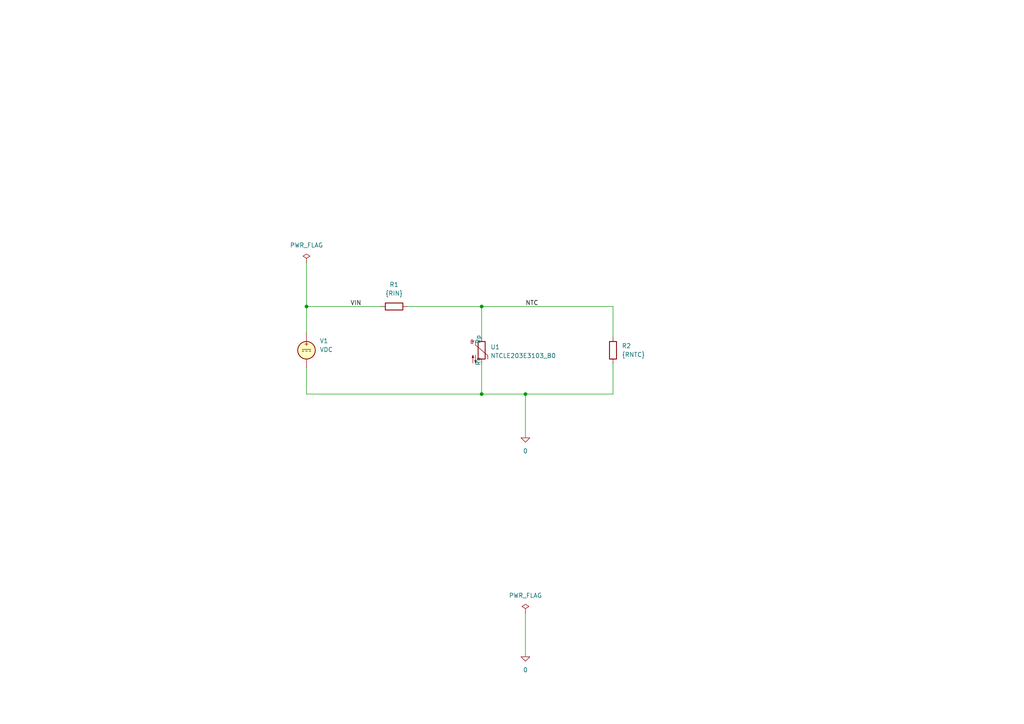
<source format=kicad_sch>
(kicad_sch
	(version 20231120)
	(generator "eeschema")
	(generator_version "8.0")
	(uuid "699bb179-50dd-485b-98e6-cd819c1a4fab")
	(paper "A4")
	(title_block
		(title "Simple voltage divider with an NTC (Monte Carlo Analysis)")
		(date "2023-02-18")
		(rev "1")
		(company "astroelectronic@")
		(comment 1 "-")
		(comment 2 "-")
		(comment 3 "-")
		(comment 4 "AE01006103")
	)
	(lib_symbols
		(symbol "Device:R"
			(pin_numbers hide)
			(pin_names
				(offset 0)
			)
			(exclude_from_sim no)
			(in_bom yes)
			(on_board yes)
			(property "Reference" "R"
				(at 2.032 0 90)
				(effects
					(font
						(size 1.27 1.27)
					)
				)
			)
			(property "Value" "R"
				(at 0 0 90)
				(effects
					(font
						(size 1.27 1.27)
					)
				)
			)
			(property "Footprint" ""
				(at -1.778 0 90)
				(effects
					(font
						(size 1.27 1.27)
					)
					(hide yes)
				)
			)
			(property "Datasheet" "~"
				(at 0 0 0)
				(effects
					(font
						(size 1.27 1.27)
					)
					(hide yes)
				)
			)
			(property "Description" "Resistor"
				(at 0 0 0)
				(effects
					(font
						(size 1.27 1.27)
					)
					(hide yes)
				)
			)
			(property "ki_keywords" "R res resistor"
				(at 0 0 0)
				(effects
					(font
						(size 1.27 1.27)
					)
					(hide yes)
				)
			)
			(property "ki_fp_filters" "R_*"
				(at 0 0 0)
				(effects
					(font
						(size 1.27 1.27)
					)
					(hide yes)
				)
			)
			(symbol "R_0_1"
				(rectangle
					(start -1.016 -2.54)
					(end 1.016 2.54)
					(stroke
						(width 0.254)
						(type default)
					)
					(fill
						(type none)
					)
				)
			)
			(symbol "R_1_1"
				(pin passive line
					(at 0 3.81 270)
					(length 1.27)
					(name "~"
						(effects
							(font
								(size 1.27 1.27)
							)
						)
					)
					(number "1"
						(effects
							(font
								(size 1.27 1.27)
							)
						)
					)
				)
				(pin passive line
					(at 0 -3.81 90)
					(length 1.27)
					(name "~"
						(effects
							(font
								(size 1.27 1.27)
							)
						)
					)
					(number "2"
						(effects
							(font
								(size 1.27 1.27)
							)
						)
					)
				)
			)
		)
		(symbol "NTCLE203E3103_B0:NTCLE203E3103"
			(pin_numbers hide)
			(pin_names
				(offset 0)
			)
			(exclude_from_sim no)
			(in_bom yes)
			(on_board yes)
			(property "Reference" "TH"
				(at -4.445 0 90)
				(effects
					(font
						(size 1.27 1.27)
					)
				)
			)
			(property "Value" "NTCLE203E3103"
				(at 3.175 0 90)
				(effects
					(font
						(size 1.27 1.27)
					)
				)
			)
			(property "Footprint" ""
				(at 0 1.27 0)
				(effects
					(font
						(size 1.27 1.27)
					)
					(hide yes)
				)
			)
			(property "Datasheet" "~"
				(at 0 1.27 0)
				(effects
					(font
						(size 1.27 1.27)
					)
					(hide yes)
				)
			)
			(property "Description" "Temperature dependent resistor, negative temperature coefficient"
				(at 0 0 0)
				(effects
					(font
						(size 1.27 1.27)
					)
					(hide yes)
				)
			)
			(property "ki_keywords" "thermistor NTC resistor sensor RTD"
				(at 0 0 0)
				(effects
					(font
						(size 1.27 1.27)
					)
					(hide yes)
				)
			)
			(property "ki_fp_filters" "*NTC* *Thermistor* PIN?ARRAY* bornier* *Terminal?Block* R_*"
				(at 0 0 0)
				(effects
					(font
						(size 1.27 1.27)
					)
					(hide yes)
				)
			)
			(symbol "NTCLE203E3103_0_1"
				(arc
					(start -3.048 2.159)
					(mid -3.0495 2.3143)
					(end -3.175 2.413)
					(stroke
						(width 0)
						(type default)
					)
					(fill
						(type none)
					)
				)
				(arc
					(start -3.048 2.159)
					(mid -2.9736 1.9794)
					(end -2.794 1.905)
					(stroke
						(width 0)
						(type default)
					)
					(fill
						(type none)
					)
				)
				(arc
					(start -3.048 2.794)
					(mid -2.9736 2.6144)
					(end -2.794 2.54)
					(stroke
						(width 0)
						(type default)
					)
					(fill
						(type none)
					)
				)
				(arc
					(start -2.794 1.905)
					(mid -2.6144 1.9794)
					(end -2.54 2.159)
					(stroke
						(width 0)
						(type default)
					)
					(fill
						(type none)
					)
				)
				(arc
					(start -2.794 2.54)
					(mid -2.4393 2.5587)
					(end -2.159 2.794)
					(stroke
						(width 0)
						(type default)
					)
					(fill
						(type none)
					)
				)
				(arc
					(start -2.794 3.048)
					(mid -2.9736 2.9736)
					(end -3.048 2.794)
					(stroke
						(width 0)
						(type default)
					)
					(fill
						(type none)
					)
				)
				(arc
					(start -2.54 2.794)
					(mid -2.6144 2.9736)
					(end -2.794 3.048)
					(stroke
						(width 0)
						(type default)
					)
					(fill
						(type none)
					)
				)
				(rectangle
					(start -1.016 2.54)
					(end 1.016 -2.54)
					(stroke
						(width 0.254)
						(type default)
					)
					(fill
						(type none)
					)
				)
				(polyline
					(pts
						(xy -2.54 2.159) (xy -2.54 2.794)
					)
					(stroke
						(width 0)
						(type default)
					)
					(fill
						(type none)
					)
				)
				(polyline
					(pts
						(xy -1.778 2.54) (xy -1.778 1.524) (xy 1.778 -1.524) (xy 1.778 -2.54)
					)
					(stroke
						(width 0)
						(type default)
					)
					(fill
						(type none)
					)
				)
				(polyline
					(pts
						(xy -2.54 -3.683) (xy -2.54 -1.397) (xy -2.794 -2.159) (xy -2.286 -2.159) (xy -2.54 -1.397) (xy -2.54 -1.651)
					)
					(stroke
						(width 0)
						(type default)
					)
					(fill
						(type outline)
					)
				)
				(polyline
					(pts
						(xy -1.778 -1.397) (xy -1.778 -3.683) (xy -2.032 -2.921) (xy -1.524 -2.921) (xy -1.778 -3.683)
						(xy -1.778 -3.429)
					)
					(stroke
						(width 0)
						(type default)
					)
					(fill
						(type outline)
					)
				)
			)
			(symbol "NTCLE203E3103_1_1"
				(pin passive line
					(at 0 3.81 270)
					(length 1.27)
					(name "Rp"
						(effects
							(font
								(size 1.27 1.27)
							)
						)
					)
					(number "1"
						(effects
							(font
								(size 1.27 1.27)
							)
						)
					)
				)
				(pin passive line
					(at 0 -3.81 90)
					(length 1.27)
					(name "Rn"
						(effects
							(font
								(size 1.27 1.27)
							)
						)
					)
					(number "2"
						(effects
							(font
								(size 1.27 1.27)
							)
						)
					)
				)
			)
		)
		(symbol "Simulation_SPICE:VDC"
			(pin_numbers hide)
			(pin_names
				(offset 0.0254)
			)
			(exclude_from_sim no)
			(in_bom yes)
			(on_board yes)
			(property "Reference" "V"
				(at 2.54 2.54 0)
				(effects
					(font
						(size 1.27 1.27)
					)
					(justify left)
				)
			)
			(property "Value" "VDC"
				(at 2.54 0 0)
				(effects
					(font
						(size 1.27 1.27)
					)
					(justify left)
				)
			)
			(property "Footprint" ""
				(at 0 0 0)
				(effects
					(font
						(size 1.27 1.27)
					)
					(hide yes)
				)
			)
			(property "Datasheet" "~"
				(at 0 0 0)
				(effects
					(font
						(size 1.27 1.27)
					)
					(hide yes)
				)
			)
			(property "Description" "Voltage source, DC"
				(at 0 0 0)
				(effects
					(font
						(size 1.27 1.27)
					)
					(hide yes)
				)
			)
			(property "Spice_Netlist_Enabled" "Y"
				(at 0 0 0)
				(effects
					(font
						(size 1.27 1.27)
					)
					(justify left)
					(hide yes)
				)
			)
			(property "Spice_Primitive" "V"
				(at 0 0 0)
				(effects
					(font
						(size 1.27 1.27)
					)
					(justify left)
					(hide yes)
				)
			)
			(property "Spice_Model" "dc(1)"
				(at 2.54 -2.54 0)
				(effects
					(font
						(size 1.27 1.27)
					)
					(justify left)
				)
			)
			(property "ki_keywords" "simulation"
				(at 0 0 0)
				(effects
					(font
						(size 1.27 1.27)
					)
					(hide yes)
				)
			)
			(symbol "VDC_0_0"
				(polyline
					(pts
						(xy -1.27 0.254) (xy 1.27 0.254)
					)
					(stroke
						(width 0)
						(type default)
					)
					(fill
						(type none)
					)
				)
				(polyline
					(pts
						(xy -0.762 -0.254) (xy -1.27 -0.254)
					)
					(stroke
						(width 0)
						(type default)
					)
					(fill
						(type none)
					)
				)
				(polyline
					(pts
						(xy 0.254 -0.254) (xy -0.254 -0.254)
					)
					(stroke
						(width 0)
						(type default)
					)
					(fill
						(type none)
					)
				)
				(polyline
					(pts
						(xy 1.27 -0.254) (xy 0.762 -0.254)
					)
					(stroke
						(width 0)
						(type default)
					)
					(fill
						(type none)
					)
				)
				(text "+"
					(at 0 1.905 0)
					(effects
						(font
							(size 1.27 1.27)
						)
					)
				)
			)
			(symbol "VDC_0_1"
				(circle
					(center 0 0)
					(radius 2.54)
					(stroke
						(width 0.254)
						(type default)
					)
					(fill
						(type background)
					)
				)
			)
			(symbol "VDC_1_1"
				(pin passive line
					(at 0 5.08 270)
					(length 2.54)
					(name "~"
						(effects
							(font
								(size 1.27 1.27)
							)
						)
					)
					(number "1"
						(effects
							(font
								(size 1.27 1.27)
							)
						)
					)
				)
				(pin passive line
					(at 0 -5.08 90)
					(length 2.54)
					(name "~"
						(effects
							(font
								(size 1.27 1.27)
							)
						)
					)
					(number "2"
						(effects
							(font
								(size 1.27 1.27)
							)
						)
					)
				)
			)
		)
		(symbol "power:PWR_FLAG"
			(power)
			(pin_numbers hide)
			(pin_names
				(offset 0) hide)
			(exclude_from_sim no)
			(in_bom yes)
			(on_board yes)
			(property "Reference" "#FLG"
				(at 0 1.905 0)
				(effects
					(font
						(size 1.27 1.27)
					)
					(hide yes)
				)
			)
			(property "Value" "PWR_FLAG"
				(at 0 3.81 0)
				(effects
					(font
						(size 1.27 1.27)
					)
				)
			)
			(property "Footprint" ""
				(at 0 0 0)
				(effects
					(font
						(size 1.27 1.27)
					)
					(hide yes)
				)
			)
			(property "Datasheet" "~"
				(at 0 0 0)
				(effects
					(font
						(size 1.27 1.27)
					)
					(hide yes)
				)
			)
			(property "Description" "Special symbol for telling ERC where power comes from"
				(at 0 0 0)
				(effects
					(font
						(size 1.27 1.27)
					)
					(hide yes)
				)
			)
			(property "ki_keywords" "flag power"
				(at 0 0 0)
				(effects
					(font
						(size 1.27 1.27)
					)
					(hide yes)
				)
			)
			(symbol "PWR_FLAG_0_0"
				(pin power_out line
					(at 0 0 90)
					(length 0)
					(name "pwr"
						(effects
							(font
								(size 1.27 1.27)
							)
						)
					)
					(number "1"
						(effects
							(font
								(size 1.27 1.27)
							)
						)
					)
				)
			)
			(symbol "PWR_FLAG_0_1"
				(polyline
					(pts
						(xy 0 0) (xy 0 1.27) (xy -1.016 1.905) (xy 0 2.54) (xy 1.016 1.905) (xy 0 1.27)
					)
					(stroke
						(width 0)
						(type default)
					)
					(fill
						(type none)
					)
				)
			)
		)
		(symbol "pspice:0"
			(power)
			(pin_names
				(offset 0)
			)
			(exclude_from_sim no)
			(in_bom yes)
			(on_board yes)
			(property "Reference" "#GND"
				(at 0 -2.54 0)
				(effects
					(font
						(size 1.27 1.27)
					)
					(hide yes)
				)
			)
			(property "Value" "0"
				(at 0 -1.778 0)
				(effects
					(font
						(size 1.27 1.27)
					)
				)
			)
			(property "Footprint" ""
				(at 0 0 0)
				(effects
					(font
						(size 1.27 1.27)
					)
					(hide yes)
				)
			)
			(property "Datasheet" "~"
				(at 0 0 0)
				(effects
					(font
						(size 1.27 1.27)
					)
					(hide yes)
				)
			)
			(property "Description" "0V reference potential for simulation"
				(at 0 0 0)
				(effects
					(font
						(size 1.27 1.27)
					)
					(hide yes)
				)
			)
			(property "ki_keywords" "simulation"
				(at 0 0 0)
				(effects
					(font
						(size 1.27 1.27)
					)
					(hide yes)
				)
			)
			(symbol "0_0_1"
				(polyline
					(pts
						(xy -1.27 0) (xy 0 -1.27) (xy 1.27 0) (xy -1.27 0)
					)
					(stroke
						(width 0)
						(type default)
					)
					(fill
						(type none)
					)
				)
			)
			(symbol "0_1_1"
				(pin power_in line
					(at 0 0 0)
					(length 0) hide
					(name "0"
						(effects
							(font
								(size 1.016 1.016)
							)
						)
					)
					(number "1"
						(effects
							(font
								(size 1.016 1.016)
							)
						)
					)
				)
			)
		)
	)
	(junction
		(at 139.7 88.9)
		(diameter 0)
		(color 0 0 0 0)
		(uuid "8c12cde3-5e26-4806-a1f7-96d424e97d48")
	)
	(junction
		(at 88.9 88.9)
		(diameter 0)
		(color 0 0 0 0)
		(uuid "9afd4ff3-6f50-473c-af55-ec614dc032c7")
	)
	(junction
		(at 139.7 114.3)
		(diameter 0)
		(color 0 0 0 0)
		(uuid "9f6488a7-2fae-471c-a487-8617287c1580")
	)
	(junction
		(at 152.4 114.3)
		(diameter 0)
		(color 0 0 0 0)
		(uuid "fad27519-67b3-459b-b0e1-5604cc126a94")
	)
	(wire
		(pts
			(xy 177.8 114.3) (xy 152.4 114.3)
		)
		(stroke
			(width 0)
			(type default)
		)
		(uuid "011a04a1-b624-413e-994d-261220eafef5")
	)
	(wire
		(pts
			(xy 139.7 105.41) (xy 139.7 114.3)
		)
		(stroke
			(width 0)
			(type default)
		)
		(uuid "073a7a60-8287-4375-88b9-b01a0aa1214d")
	)
	(wire
		(pts
			(xy 118.11 88.9) (xy 139.7 88.9)
		)
		(stroke
			(width 0)
			(type default)
		)
		(uuid "0e82adb5-92b0-42f7-80cc-fdb75c1e6679")
	)
	(wire
		(pts
			(xy 177.8 105.41) (xy 177.8 114.3)
		)
		(stroke
			(width 0)
			(type default)
		)
		(uuid "17511423-bd6f-4d16-ad3c-7fad1487b5c2")
	)
	(wire
		(pts
			(xy 139.7 88.9) (xy 139.7 97.79)
		)
		(stroke
			(width 0)
			(type default)
		)
		(uuid "308302d6-2196-42f9-a353-daa52bb4fc20")
	)
	(wire
		(pts
			(xy 88.9 114.3) (xy 88.9 106.68)
		)
		(stroke
			(width 0)
			(type default)
		)
		(uuid "3c79cb74-7315-4569-9b8e-e2e08cae695a")
	)
	(wire
		(pts
			(xy 177.8 88.9) (xy 177.8 97.79)
		)
		(stroke
			(width 0)
			(type default)
		)
		(uuid "4f058840-4c36-42ff-98e6-ab6a35932e61")
	)
	(wire
		(pts
			(xy 152.4 177.8) (xy 152.4 190.5)
		)
		(stroke
			(width 0)
			(type default)
		)
		(uuid "5225fbb6-74d6-4b92-ab11-3ff4cf1ea5df")
	)
	(wire
		(pts
			(xy 152.4 114.3) (xy 139.7 114.3)
		)
		(stroke
			(width 0)
			(type default)
		)
		(uuid "5303fd47-3c44-45c6-baff-f8b11627d30d")
	)
	(wire
		(pts
			(xy 139.7 88.9) (xy 177.8 88.9)
		)
		(stroke
			(width 0)
			(type default)
		)
		(uuid "6c9430c1-755b-4ef6-8784-86fec00f4b98")
	)
	(wire
		(pts
			(xy 88.9 88.9) (xy 110.49 88.9)
		)
		(stroke
			(width 0)
			(type default)
		)
		(uuid "99e2aedf-d2b5-4838-929e-624d7ff04565")
	)
	(wire
		(pts
			(xy 139.7 114.3) (xy 88.9 114.3)
		)
		(stroke
			(width 0)
			(type default)
		)
		(uuid "a8711dd9-6433-4c48-9fec-647512988128")
	)
	(wire
		(pts
			(xy 152.4 114.3) (xy 152.4 127)
		)
		(stroke
			(width 0)
			(type default)
		)
		(uuid "c3fe387b-3b77-4cd1-aa8b-37b6eb0f12c2")
	)
	(wire
		(pts
			(xy 88.9 76.2) (xy 88.9 88.9)
		)
		(stroke
			(width 0)
			(type default)
		)
		(uuid "d8e34a94-e823-4483-8f33-5bc8b2b964af")
	)
	(wire
		(pts
			(xy 88.9 96.52) (xy 88.9 88.9)
		)
		(stroke
			(width 0)
			(type default)
		)
		(uuid "e30b6e2a-2584-4d05-a548-50dc6ddea28e")
	)
	(label "NTC"
		(at 152.4 88.9 0)
		(fields_autoplaced yes)
		(effects
			(font
				(size 1.27 1.27)
			)
			(justify left bottom)
		)
		(uuid "10913afc-4116-4fc3-8f77-61107898b10f")
	)
	(label "VIN"
		(at 101.6 88.9 0)
		(fields_autoplaced yes)
		(effects
			(font
				(size 1.27 1.27)
			)
			(justify left bottom)
		)
		(uuid "4d8b3c9f-aea5-4bdb-85dc-f568a7f3b081")
	)
	(symbol
		(lib_id "power:PWR_FLAG")
		(at 152.4 177.8 0)
		(unit 1)
		(exclude_from_sim no)
		(in_bom yes)
		(on_board yes)
		(dnp no)
		(fields_autoplaced yes)
		(uuid "34db3ee7-3588-4d13-b7d1-54e25f739dc3")
		(property "Reference" "#FLG02"
			(at 152.4 175.895 0)
			(effects
				(font
					(size 1.27 1.27)
				)
				(hide yes)
			)
		)
		(property "Value" "PWR_FLAG"
			(at 152.4 172.72 0)
			(effects
				(font
					(size 1.27 1.27)
				)
			)
		)
		(property "Footprint" ""
			(at 152.4 177.8 0)
			(effects
				(font
					(size 1.27 1.27)
				)
				(hide yes)
			)
		)
		(property "Datasheet" "~"
			(at 152.4 177.8 0)
			(effects
				(font
					(size 1.27 1.27)
				)
				(hide yes)
			)
		)
		(property "Description" ""
			(at 152.4 177.8 0)
			(effects
				(font
					(size 1.27 1.27)
				)
				(hide yes)
			)
		)
		(pin "1"
			(uuid "14aa3578-1248-441e-b96a-9d25f0eff3a8")
		)
		(instances
			(project ""
				(path "/699bb179-50dd-485b-98e6-cd819c1a4fab"
					(reference "#FLG02")
					(unit 1)
				)
			)
		)
	)
	(symbol
		(lib_id "pspice:0")
		(at 152.4 127 0)
		(unit 1)
		(exclude_from_sim no)
		(in_bom yes)
		(on_board yes)
		(dnp no)
		(fields_autoplaced yes)
		(uuid "392e3a87-fe1f-4ae1-a470-4665680ffb7d")
		(property "Reference" "#GND01"
			(at 152.4 129.54 0)
			(effects
				(font
					(size 1.27 1.27)
				)
				(hide yes)
			)
		)
		(property "Value" "0"
			(at 152.4 130.81 0)
			(effects
				(font
					(size 1.27 1.27)
				)
			)
		)
		(property "Footprint" ""
			(at 152.4 127 0)
			(effects
				(font
					(size 1.27 1.27)
				)
				(hide yes)
			)
		)
		(property "Datasheet" "~"
			(at 152.4 127 0)
			(effects
				(font
					(size 1.27 1.27)
				)
				(hide yes)
			)
		)
		(property "Description" ""
			(at 152.4 127 0)
			(effects
				(font
					(size 1.27 1.27)
				)
				(hide yes)
			)
		)
		(pin "1"
			(uuid "ae7092b3-b6e9-478f-a48a-90bbf5bf0ece")
		)
		(instances
			(project ""
				(path "/699bb179-50dd-485b-98e6-cd819c1a4fab"
					(reference "#GND01")
					(unit 1)
				)
			)
		)
	)
	(symbol
		(lib_id "power:PWR_FLAG")
		(at 88.9 76.2 0)
		(unit 1)
		(exclude_from_sim no)
		(in_bom yes)
		(on_board yes)
		(dnp no)
		(fields_autoplaced yes)
		(uuid "62c2ea38-463c-4ddd-8fd7-5ef590480f00")
		(property "Reference" "#FLG01"
			(at 88.9 74.295 0)
			(effects
				(font
					(size 1.27 1.27)
				)
				(hide yes)
			)
		)
		(property "Value" "PWR_FLAG"
			(at 88.9 71.12 0)
			(effects
				(font
					(size 1.27 1.27)
				)
			)
		)
		(property "Footprint" ""
			(at 88.9 76.2 0)
			(effects
				(font
					(size 1.27 1.27)
				)
				(hide yes)
			)
		)
		(property "Datasheet" "~"
			(at 88.9 76.2 0)
			(effects
				(font
					(size 1.27 1.27)
				)
				(hide yes)
			)
		)
		(property "Description" ""
			(at 88.9 76.2 0)
			(effects
				(font
					(size 1.27 1.27)
				)
				(hide yes)
			)
		)
		(pin "1"
			(uuid "8bdf732a-7da3-475d-b3fd-e85a3eca94ce")
		)
		(instances
			(project ""
				(path "/699bb179-50dd-485b-98e6-cd819c1a4fab"
					(reference "#FLG01")
					(unit 1)
				)
			)
		)
	)
	(symbol
		(lib_id "NTCLE203E3103_B0:NTCLE203E3103")
		(at 139.7 101.6 0)
		(unit 1)
		(exclude_from_sim no)
		(in_bom yes)
		(on_board yes)
		(dnp no)
		(fields_autoplaced yes)
		(uuid "7e47d7cf-825d-43fc-a3a7-3b7788b844fe")
		(property "Reference" "U1"
			(at 142.24 100.6474 0)
			(effects
				(font
					(size 1.27 1.27)
				)
				(justify left)
			)
		)
		(property "Value" "NTCLE203E3103_B0"
			(at 142.24 103.1874 0)
			(effects
				(font
					(size 1.27 1.27)
				)
				(justify left)
			)
		)
		(property "Footprint" ""
			(at 139.7 100.33 0)
			(effects
				(font
					(size 1.27 1.27)
				)
				(hide yes)
			)
		)
		(property "Datasheet" "~"
			(at 139.7 100.33 0)
			(effects
				(font
					(size 1.27 1.27)
				)
				(hide yes)
			)
		)
		(property "Description" ""
			(at 139.7 101.6 0)
			(effects
				(font
					(size 1.27 1.27)
				)
				(hide yes)
			)
		)
		(property "Sim.Device" "SPICE"
			(at 139.7 101.6 0)
			(effects
				(font
					(size 1.27 1.27)
				)
				(hide yes)
			)
		)
		(property "Sim.Params" "type=\"X\" model=\"NTCLE203E3103_B0\" lib=\"models/NTCLE203E3103.lib\""
			(at 0 0 0)
			(effects
				(font
					(size 1.27 1.27)
				)
				(hide yes)
			)
		)
		(property "Sim.Pins" "1=1 2=2"
			(at 0 0 0)
			(effects
				(font
					(size 1.27 1.27)
				)
				(hide yes)
			)
		)
		(pin "1"
			(uuid "06b0e75e-5ede-4c10-8f0f-f002ff3ce080")
		)
		(pin "2"
			(uuid "aca5af09-b759-4188-964f-b11643228cf6")
		)
		(instances
			(project ""
				(path "/699bb179-50dd-485b-98e6-cd819c1a4fab"
					(reference "U1")
					(unit 1)
				)
			)
		)
	)
	(symbol
		(lib_id "Device:R")
		(at 114.3 88.9 90)
		(unit 1)
		(exclude_from_sim no)
		(in_bom yes)
		(on_board yes)
		(dnp no)
		(fields_autoplaced yes)
		(uuid "902cc36d-ed10-4bd6-9f30-52b150fb5072")
		(property "Reference" "R1"
			(at 114.3 82.55 90)
			(effects
				(font
					(size 1.27 1.27)
				)
			)
		)
		(property "Value" "{RIN}"
			(at 114.3 85.09 90)
			(effects
				(font
					(size 1.27 1.27)
				)
			)
		)
		(property "Footprint" ""
			(at 114.3 90.678 90)
			(effects
				(font
					(size 1.27 1.27)
				)
				(hide yes)
			)
		)
		(property "Datasheet" "~"
			(at 114.3 88.9 0)
			(effects
				(font
					(size 1.27 1.27)
				)
				(hide yes)
			)
		)
		(property "Description" ""
			(at 114.3 88.9 0)
			(effects
				(font
					(size 1.27 1.27)
				)
				(hide yes)
			)
		)
		(pin "1"
			(uuid "96a7ab89-03fe-4973-b07b-d0862e0246a8")
		)
		(pin "2"
			(uuid "e2b2552d-96ce-47ad-a72e-9cc6b03d0b59")
		)
		(instances
			(project ""
				(path "/699bb179-50dd-485b-98e6-cd819c1a4fab"
					(reference "R1")
					(unit 1)
				)
			)
		)
	)
	(symbol
		(lib_id "pspice:0")
		(at 152.4 190.5 0)
		(unit 1)
		(exclude_from_sim no)
		(in_bom yes)
		(on_board yes)
		(dnp no)
		(fields_autoplaced yes)
		(uuid "ae242f5c-2164-4035-8861-b728ea0f17e1")
		(property "Reference" "#GND02"
			(at 152.4 193.04 0)
			(effects
				(font
					(size 1.27 1.27)
				)
				(hide yes)
			)
		)
		(property "Value" "0"
			(at 152.4 194.31 0)
			(effects
				(font
					(size 1.27 1.27)
				)
			)
		)
		(property "Footprint" ""
			(at 152.4 190.5 0)
			(effects
				(font
					(size 1.27 1.27)
				)
				(hide yes)
			)
		)
		(property "Datasheet" "~"
			(at 152.4 190.5 0)
			(effects
				(font
					(size 1.27 1.27)
				)
				(hide yes)
			)
		)
		(property "Description" ""
			(at 152.4 190.5 0)
			(effects
				(font
					(size 1.27 1.27)
				)
				(hide yes)
			)
		)
		(pin "1"
			(uuid "996b006f-29af-407f-9b2e-39e58429285f")
		)
		(instances
			(project ""
				(path "/699bb179-50dd-485b-98e6-cd819c1a4fab"
					(reference "#GND02")
					(unit 1)
				)
			)
		)
	)
	(symbol
		(lib_id "Simulation_SPICE:VDC")
		(at 88.9 101.6 0)
		(unit 1)
		(exclude_from_sim no)
		(in_bom yes)
		(on_board yes)
		(dnp no)
		(fields_autoplaced yes)
		(uuid "d04a00cb-9589-44ea-bb33-20f433938b67")
		(property "Reference" "V1"
			(at 92.71 98.8701 0)
			(effects
				(font
					(size 1.27 1.27)
				)
				(justify left)
			)
		)
		(property "Value" "VDC"
			(at 92.71 101.4101 0)
			(effects
				(font
					(size 1.27 1.27)
				)
				(justify left)
			)
		)
		(property "Footprint" ""
			(at 88.9 101.6 0)
			(effects
				(font
					(size 1.27 1.27)
				)
				(hide yes)
			)
		)
		(property "Datasheet" "~"
			(at 88.9 101.6 0)
			(effects
				(font
					(size 1.27 1.27)
				)
				(hide yes)
			)
		)
		(property "Description" ""
			(at 88.9 101.6 0)
			(effects
				(font
					(size 1.27 1.27)
				)
				(hide yes)
			)
		)
		(property "Sim.Device" "SPICE"
			(at 88.9 101.6 0)
			(effects
				(font
					(size 1.27 1.27)
				)
				(justify left)
				(hide yes)
			)
		)
		(property "Sim.Params" "type=\"V\" model=\"{VSOURCE}\" lib=\"\""
			(at 0 0 0)
			(effects
				(font
					(size 1.27 1.27)
				)
				(hide yes)
			)
		)
		(property "Sim.Pins" "1=1 2=2"
			(at 0 0 0)
			(effects
				(font
					(size 1.27 1.27)
				)
				(hide yes)
			)
		)
		(pin "1"
			(uuid "0928e1af-4e2d-4ee2-ab81-f48bf7834417")
		)
		(pin "2"
			(uuid "663e2c3a-3266-476a-b5a3-547f10a1c2b1")
		)
		(instances
			(project ""
				(path "/699bb179-50dd-485b-98e6-cd819c1a4fab"
					(reference "V1")
					(unit 1)
				)
			)
		)
	)
	(symbol
		(lib_id "Device:R")
		(at 177.8 101.6 0)
		(unit 1)
		(exclude_from_sim no)
		(in_bom yes)
		(on_board yes)
		(dnp no)
		(fields_autoplaced yes)
		(uuid "fb8ae41a-03ab-4316-801d-ad9d9792b74d")
		(property "Reference" "R2"
			(at 180.34 100.3299 0)
			(effects
				(font
					(size 1.27 1.27)
				)
				(justify left)
			)
		)
		(property "Value" "{RNTC}"
			(at 180.34 102.8699 0)
			(effects
				(font
					(size 1.27 1.27)
				)
				(justify left)
			)
		)
		(property "Footprint" ""
			(at 176.022 101.6 90)
			(effects
				(font
					(size 1.27 1.27)
				)
				(hide yes)
			)
		)
		(property "Datasheet" "~"
			(at 177.8 101.6 0)
			(effects
				(font
					(size 1.27 1.27)
				)
				(hide yes)
			)
		)
		(property "Description" ""
			(at 177.8 101.6 0)
			(effects
				(font
					(size 1.27 1.27)
				)
				(hide yes)
			)
		)
		(pin "1"
			(uuid "acda4e25-03a1-4c1d-a898-aa0bf7f3a967")
		)
		(pin "2"
			(uuid "9f862883-3692-49eb-b570-b60fd26d740b")
		)
		(instances
			(project ""
				(path "/699bb179-50dd-485b-98e6-cd819c1a4fab"
					(reference "R2")
					(unit 1)
				)
			)
		)
	)
	(sheet_instances
		(path "/"
			(page "1")
		)
	)
)

</source>
